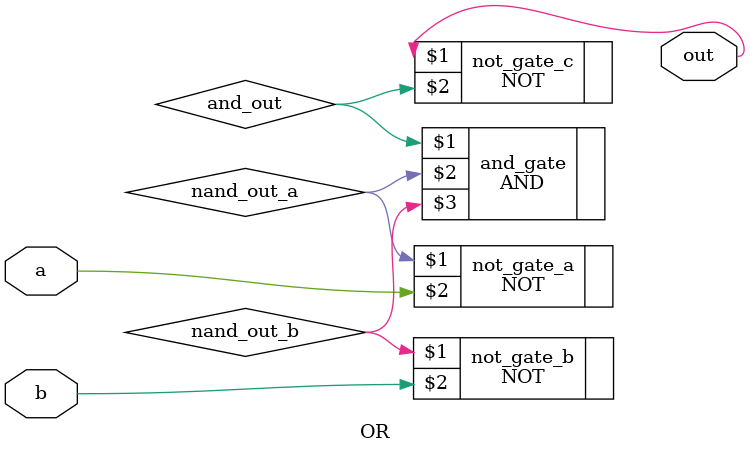
<source format=v>
module OR(output out, input a, input b);
    wire nand_out_a; 
    wire nand_out_b;
    wire nand_out_c; 
    wire and_out; 

    NOT not_gate_a(nand_out_a, a);
    NOT not_gate_b(nand_out_b, b);
    AND and_gate(and_out, nand_out_a, nand_out_b); 
    NOT not_gate_c(out, and_out); 
endmodule

</source>
